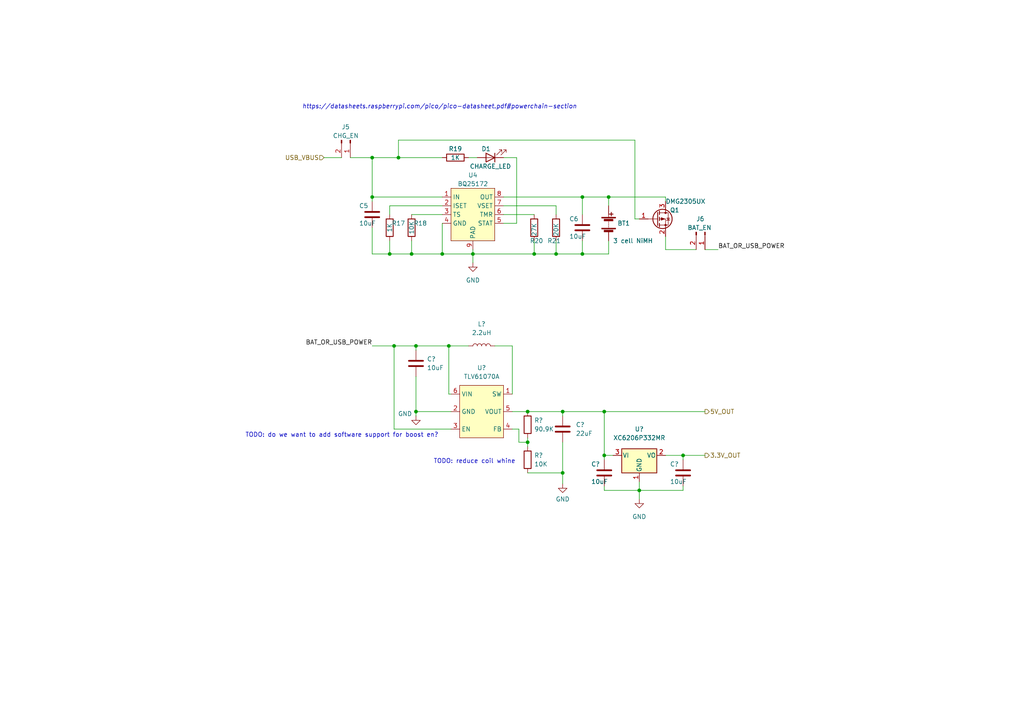
<source format=kicad_sch>
(kicad_sch (version 20211123) (generator eeschema)
  (paper "A4")
  (lib_symbols
    (symbol "Connector:Conn_01x02_Male" (pin_names (offset 1.016) hide)
      (property "Reference" "J" (at 0 2.54 0))
      (property "Value" "Conn_01x02_Male" (at 0 -5.08 0))
      (symbol "Conn_01x02_Male_1_1"
        (polyline (pts (xy 1.27 -2.54) (xy 0.8636 -2.54)) (stroke (width 0.1524)))
        (polyline (pts (xy 1.27 0) (xy 0.8636 0)) (stroke (width 0.1524)))
        (rectangle (start 0.8636 -2.413) (end 0 -2.667) (stroke (width 0.1524)) (fill (type outline)))
        (rectangle (start 0.8636 0.127) (end 0 -0.127) (stroke (width 0.1524)) (fill (type outline)))
        (pin passive line (at 5.08 0 180) (length 3.81) (name "Pin_1") (number "1"))
        (pin passive line (at 5.08 -2.54 180) (length 3.81) (name "Pin_2") (number "2"))
      )
    )
    (symbol "Device:Battery" (pin_numbers hide) (pin_names (offset 0) hide)
      (property "Reference" "BT" (at 2.54 2.54 0))
      (property "Value" "Battery" (at 2.54 0 0))
      (symbol "Battery_0_1"
        (rectangle (start -2.032 -1.397) (end 2.032 -1.651) (fill (type outline)))
        (rectangle (start -2.032 1.778) (end 2.032 1.524) (fill (type outline)))
        (rectangle (start -1.3208 -1.9812) (end 1.27 -2.4892) (fill (type outline)))
        (rectangle (start -1.3208 1.1938) (end 1.27 0.6858) (fill (type outline)))
        (polyline (pts (xy 0 -1.524) (xy 0 -1.27)))
        (polyline (pts (xy 0 -1.016) (xy 0 -0.762)))
        (polyline (pts (xy 0 -0.508) (xy 0 -0.254)))
        (polyline (pts (xy 0 0) (xy 0 0.254)))
        (polyline (pts (xy 0 0.508) (xy 0 0.762)))
        (polyline (pts (xy 0 1.778) (xy 0 2.54)))
        (polyline (pts (xy 0.254 2.667) (xy 1.27 2.667)) (stroke (width 0.254)))
        (polyline (pts (xy 0.762 3.175) (xy 0.762 2.159)) (stroke (width 0.254)))
      )
      (symbol "Battery_1_1"
        (pin passive line (at 0 5.08 270) (length 2.54) (name "+") (number "1"))
        (pin passive line (at 0 -5.08 90) (length 2.54) (name "-") (number "2"))
      )
    )
    (symbol "Device:C" (pin_numbers hide) (pin_names (offset 0.254))
      (property "Reference" "C" (at 0.635 2.54 0))
      (property "Value" "C" (at 0.635 -2.54 0))
      (symbol "C_0_1"
        (polyline (pts (xy -2.032 -0.762) (xy 2.032 -0.762)) (stroke (width 0.508)))
        (polyline (pts (xy -2.032 0.762) (xy 2.032 0.762)) (stroke (width 0.508)))
      )
      (symbol "C_1_1"
        (pin passive line (at 0 3.81 270) (length 2.794) (name "~") (number "1"))
        (pin passive line (at 0 -3.81 90) (length 2.794) (name "~") (number "2"))
      )
    )
    (symbol "Device:L" (pin_numbers hide) (pin_names (offset 1.016) hide)
      (property "Reference" "L" (at -1.27 0 90))
      (property "Value" "L" (at 1.905 0 90))
      (symbol "L_0_1"
        (arc (start 0 -2.54) (mid 0.635 -1.905) (end 0 -1.27))
        (arc (start 0 -1.27) (mid 0.635 -0.635) (end 0 0))
        (arc (start 0 0) (mid 0.635 0.635) (end 0 1.27))
        (arc (start 0 1.27) (mid 0.635 1.905) (end 0 2.54))
      )
      (symbol "L_1_1"
        (pin passive line (at 0 3.81 270) (length 1.27) (name "1") (number "1"))
        (pin passive line (at 0 -3.81 90) (length 1.27) (name "2") (number "2"))
      )
    )
    (symbol "Device:LED" (pin_numbers hide) (pin_names (offset 1.016) hide)
      (property "Reference" "D" (at 0 2.54 0))
      (property "Value" "LED" (at 0 -2.54 0))
      (symbol "LED_0_1"
        (polyline (pts (xy -1.27 -1.27) (xy -1.27 1.27)) (stroke (width 0.254)))
        (polyline (pts (xy -1.27 0) (xy 1.27 0)))
        (polyline (pts (xy 1.27 -1.27) (xy 1.27 1.27) (xy -1.27 0) (xy 1.27 -1.27)) (stroke (width 0.254)))
        (polyline (pts (xy -3.048 -0.762) (xy -4.572 -2.286) (xy -3.81 -2.286) (xy -4.572 -2.286) (xy -4.572 -1.524)))
        (polyline (pts (xy -1.778 -0.762) (xy -3.302 -2.286) (xy -2.54 -2.286) (xy -3.302 -2.286) (xy -3.302 -1.524)))
      )
      (symbol "LED_1_1"
        (pin passive line (at -3.81 0 0) (length 2.54) (name "K") (number "1"))
        (pin passive line (at 3.81 0 180) (length 2.54) (name "A") (number "2"))
      )
    )
    (symbol "Device:R" (pin_numbers hide) (pin_names (offset 0))
      (property "Reference" "R" (at 2.032 0 90))
      (property "Value" "R" (at 0 0 90))
      (symbol "R_0_1"
        (rectangle (start -1.016 -2.54) (end 1.016 2.54) (stroke (width 0.254)))
      )
      (symbol "R_1_1"
        (pin passive line (at 0 3.81 270) (length 1.27) (name "~") (number "1"))
        (pin passive line (at 0 -3.81 90) (length 1.27) (name "~") (number "2"))
      )
    )
    (symbol "Regulator_Linear:XC6206PxxxMR" (pin_names (offset 0.254))
      (property "Reference" "U" (at -3.81 3.175 0))
      (property "Value" "XC6206PxxxMR" (at 0 3.175 0))
      (symbol "XC6206PxxxMR_0_1"
        (rectangle (start -5.08 1.905) (end 5.08 -5.08) (stroke (width 0.254)) (fill (type background)))
      )
      (symbol "XC6206PxxxMR_1_1"
        (pin power_in line (at 0 -7.62 90) (length 2.54) (name "GND") (number "1"))
        (pin power_out line (at 7.62 0 180) (length 2.54) (name "VO") (number "2"))
        (pin power_in line (at -7.62 0 0) (length 2.54) (name "VI") (number "3"))
      )
    )
    (symbol "Transistor_FET:DMG2301L" (pin_names hide)
      (property "Reference" "Q" (at 5.08 1.905 0))
      (property "Value" "DMG2301L" (at 5.08 0 0))
      (symbol "DMG2301L_0_1"
        (polyline (pts (xy 0.254 0) (xy -2.54 0)))
        (polyline (pts (xy 0.254 1.905) (xy 0.254 -1.905)) (stroke (width 0.254)))
        (polyline (pts (xy 0.762 -1.27) (xy 0.762 -2.286)) (stroke (width 0.254)))
        (polyline (pts (xy 0.762 0.508) (xy 0.762 -0.508)) (stroke (width 0.254)))
        (polyline (pts (xy 0.762 2.286) (xy 0.762 1.27)) (stroke (width 0.254)))
        (polyline (pts (xy 2.54 2.54) (xy 2.54 1.778)))
        (polyline (pts (xy 2.54 -2.54) (xy 2.54 0) (xy 0.762 0)))
        (polyline (pts (xy 0.762 1.778) (xy 3.302 1.778) (xy 3.302 -1.778) (xy 0.762 -1.778)))
        (polyline (pts (xy 2.286 0) (xy 1.27 0.381) (xy 1.27 -0.381) (xy 2.286 0)) (fill (type outline)))
        (polyline (pts (xy 2.794 -0.508) (xy 2.921 -0.381) (xy 3.683 -0.381) (xy 3.81 -0.254)))
        (polyline (pts (xy 3.302 -0.381) (xy 2.921 0.254) (xy 3.683 0.254) (xy 3.302 -0.381)))
        (circle (center 1.651 0) (radius 2.794) (stroke (width 0.254)))
        (circle (center 2.54 -1.778) (radius 0.254) (fill (type outline)))
        (circle (center 2.54 1.778) (radius 0.254) (fill (type outline)))
      )
      (symbol "DMG2301L_1_1"
        (pin input line (at -5.08 0 0) (length 2.54) (name "G") (number "1"))
        (pin passive line (at 2.54 -5.08 90) (length 2.54) (name "S") (number "2"))
        (pin passive line (at 2.54 5.08 270) (length 2.54) (name "D") (number "3"))
      )
    )
    (symbol "power:GND" (power) (pin_names (offset 0))
      (property "Value" "GND" (at 0 -3.81 0))
      (symbol "GND_0_1"
        (polyline (pts (xy 0 0) (xy 0 -1.27) (xy 1.27 -1.27) (xy 0 -2.54) (xy -1.27 -1.27) (xy 0 -1.27)))
      )
      (symbol "GND_1_1"
        (pin power_in line (at 0 0 270) (length 0) hide (name "GND") (number "1"))
      )
    )
    (symbol "project_library:BQ25172"
      (property "Reference" "U?" (at 0 10.16 0))
      (property "Value" "BQ25172" (at 0 12.7 0))
      (symbol "BQ25172_0_1"
        (rectangle (start -6.35 7.62) (end 6.35 -7.62) (fill (type background)))
      )
      (symbol "BQ25172_1_1"
        (pin input line (at -8.89 5.08 0) (length 2.54) (name "IN") (number "1"))
        (pin input line (at -8.89 2.54 0) (length 2.54) (name "ISET") (number "2"))
        (pin input line (at -8.89 0 0) (length 2.54) (name "TS") (number "3"))
        (pin input line (at -8.89 -2.54 0) (length 2.54) (name "GND") (number "4"))
        (pin input line (at 8.89 -2.54 180) (length 2.54) (name "STAT") (number "5"))
        (pin input line (at 8.89 0 180) (length 2.54) (name "TMR") (number "6"))
        (pin input line (at 8.89 2.54 180) (length 2.54) (name "VSET") (number "7"))
        (pin output line (at 8.89 5.08 180) (length 2.54) (name "OUT") (number "8"))
        (pin input line (at 0 -10.16 90) (length 2.54) (name "PAD") (number "9"))
      )
    )
    (symbol "project_library:TLV61070A"
      (property "Reference" "U" (at 0 7.62 0))
      (property "Value" "TLV61070A" (at 0 10.16 0))
      (symbol "TLV61070A_0_1"
        (rectangle (start -6.35 6.35) (end 6.35 -8.89) (fill (type background)))
      )
      (symbol "TLV61070A_1_1"
        (pin input line (at 8.89 3.81 180) (length 2.54) (name "SW") (number "1"))
        (pin power_in line (at -8.89 -1.27 0) (length 2.54) (name "GND") (number "2"))
        (pin input line (at -8.89 -6.35 0) (length 2.54) (name "EN") (number "3"))
        (pin input line (at 8.89 -6.35 180) (length 2.54) (name "FB") (number "4"))
        (pin power_out line (at 8.89 -1.27 180) (length 2.54) (name "VOUT") (number "5"))
        (pin power_in line (at -8.89 3.81 0) (length 2.54) (name "VIN") (number "6"))
      )
    )
  )
  (junction (at 120.65 100.33))
  (junction (at 115.57 45.72))
  (junction (at 153.035 119.38))
  (junction (at 176.53 57.15))
  (junction (at 168.91 73.66))
  (junction (at 137.16 73.66))
  (junction (at 130.175 100.33))
  (junction (at 120.65 119.38))
  (junction (at 107.95 45.72))
  (junction (at 175.26 119.38))
  (junction (at 114.3 100.33))
  (junction (at 113.03 73.66))
  (junction (at 198.12 132.08))
  (junction (at 128.27 73.66))
  (junction (at 163.195 119.38))
  (junction (at 119.38 73.66))
  (junction (at 185.42 142.24))
  (junction (at 161.29 73.66))
  (junction (at 163.195 137.16))
  (junction (at 107.95 57.15))
  (junction (at 175.26 132.08))
  (junction (at 168.91 57.15))
  (junction (at 154.94 73.66))
  (junction (at 153.035 128.27))
  (wire (pts (xy 137.16 73.66) (xy 137.16 76.2)))
  (wire (pts (xy 137.16 72.39) (xy 137.16 73.66)))
  (wire (pts (xy 175.26 119.38) (xy 175.26 132.08)))
  (wire (pts (xy 168.91 69.85) (xy 168.91 73.66)))
  (wire (pts (xy 130.81 114.3) (xy 130.175 114.3)))
  (wire (pts (xy 154.94 73.66) (xy 137.16 73.66)))
  (wire (pts (xy 185.42 142.24) (xy 185.42 144.78)))
  (wire (pts (xy 185.42 139.7) (xy 185.42 142.24)))
  (wire (pts (xy 153.035 127) (xy 153.035 128.27)))
  (wire (pts (xy 107.95 45.72) (xy 115.57 45.72)))
  (wire (pts (xy 193.04 68.58) (xy 193.04 72.39)))
  (wire (pts (xy 175.26 142.24) (xy 175.26 140.97)))
  (wire (pts (xy 113.03 69.85) (xy 113.03 73.66)))
  (wire (pts (xy 115.57 40.64) (xy 184.15 40.64)))
  (wire (pts (xy 193.04 132.08) (xy 198.12 132.08)))
  (wire (pts (xy 198.12 132.08) (xy 198.12 133.35)))
  (wire (pts (xy 107.95 66.04) (xy 107.95 73.66)))
  (wire (pts (xy 107.95 45.72) (xy 107.95 57.15)))
  (wire (pts (xy 153.035 128.27) (xy 153.035 129.54)))
  (wire (pts (xy 130.175 100.33) (xy 135.89 100.33)))
  (wire (pts (xy 146.05 64.77) (xy 149.86 64.77)))
  (wire (pts (xy 120.65 100.33) (xy 120.65 101.6)))
  (wire (pts (xy 176.53 57.15) (xy 193.04 57.15)))
  (wire (pts (xy 120.65 119.38) (xy 120.65 120.65)))
  (wire (pts (xy 148.59 119.38) (xy 153.035 119.38)))
  (wire (pts (xy 120.65 119.38) (xy 130.81 119.38)))
  (wire (pts (xy 115.57 45.72) (xy 128.27 45.72)))
  (wire (pts (xy 175.26 132.08) (xy 177.8 132.08)))
  (wire (pts (xy 161.29 59.69) (xy 161.29 62.23)))
  (wire (pts (xy 130.175 114.3) (xy 130.175 100.33)))
  (wire (pts (xy 168.91 73.66) (xy 176.53 73.66)))
  (wire (pts (xy 161.29 73.66) (xy 154.94 73.66)))
  (wire (pts (xy 130.81 124.46) (xy 114.3 124.46)))
  (wire (pts (xy 146.05 59.69) (xy 161.29 59.69)))
  (wire (pts (xy 163.195 128.27) (xy 163.195 137.16)))
  (wire (pts (xy 149.86 64.77) (xy 149.86 45.72)))
  (wire (pts (xy 107.95 57.15) (xy 128.27 57.15)))
  (wire (pts (xy 114.3 100.33) (xy 120.65 100.33)))
  (wire (pts (xy 148.59 114.3) (xy 148.59 100.33)))
  (wire (pts (xy 150.495 124.46) (xy 150.495 128.27)))
  (wire (pts (xy 193.04 57.15) (xy 193.04 58.42)))
  (wire (pts (xy 107.95 100.33) (xy 114.3 100.33)))
  (wire (pts (xy 119.38 69.85) (xy 119.38 73.66)))
  (wire (pts (xy 128.27 64.77) (xy 128.27 73.66)))
  (wire (pts (xy 198.12 142.24) (xy 198.12 140.97)))
  (wire (pts (xy 154.94 69.85) (xy 154.94 73.66)))
  (wire (pts (xy 184.15 40.64) (xy 184.15 63.5)))
  (wire (pts (xy 120.65 100.33) (xy 130.175 100.33)))
  (wire (pts (xy 115.57 40.64) (xy 115.57 45.72)))
  (wire (pts (xy 184.15 63.5) (xy 185.42 63.5)))
  (wire (pts (xy 113.03 59.69) (xy 128.27 59.69)))
  (wire (pts (xy 168.91 57.15) (xy 176.53 57.15)))
  (wire (pts (xy 168.91 73.66) (xy 161.29 73.66)))
  (wire (pts (xy 193.04 72.39) (xy 201.93 72.39)))
  (wire (pts (xy 175.26 119.38) (xy 204.47 119.38)))
  (wire (pts (xy 113.03 62.23) (xy 113.03 59.69)))
  (wire (pts (xy 146.05 62.23) (xy 154.94 62.23)))
  (wire (pts (xy 176.53 57.15) (xy 176.53 59.69)))
  (wire (pts (xy 119.38 73.66) (xy 128.27 73.66)))
  (wire (pts (xy 137.16 73.66) (xy 128.27 73.66)))
  (wire (pts (xy 175.26 132.08) (xy 175.26 133.35)))
  (wire (pts (xy 119.38 62.23) (xy 128.27 62.23)))
  (wire (pts (xy 101.6 45.72) (xy 107.95 45.72)))
  (wire (pts (xy 163.195 137.16) (xy 163.195 140.335)))
  (wire (pts (xy 113.03 73.66) (xy 119.38 73.66)))
  (wire (pts (xy 107.95 57.15) (xy 107.95 58.42)))
  (wire (pts (xy 175.26 142.24) (xy 185.42 142.24)))
  (wire (pts (xy 168.91 57.15) (xy 168.91 62.23)))
  (wire (pts (xy 198.12 132.08) (xy 204.47 132.08)))
  (wire (pts (xy 148.59 100.33) (xy 143.51 100.33)))
  (wire (pts (xy 146.05 57.15) (xy 168.91 57.15)))
  (wire (pts (xy 163.195 119.38) (xy 163.195 120.65)))
  (wire (pts (xy 161.29 69.85) (xy 161.29 73.66)))
  (wire (pts (xy 153.035 137.16) (xy 163.195 137.16)))
  (wire (pts (xy 107.95 73.66) (xy 113.03 73.66)))
  (wire (pts (xy 93.98 45.72) (xy 99.06 45.72)))
  (wire (pts (xy 148.59 124.46) (xy 150.495 124.46)))
  (wire (pts (xy 176.53 69.85) (xy 176.53 73.66)))
  (wire (pts (xy 185.42 142.24) (xy 198.12 142.24)))
  (wire (pts (xy 204.47 72.39) (xy 208.28 72.39)))
  (wire (pts (xy 114.3 100.33) (xy 114.3 124.46)))
  (wire (pts (xy 149.86 45.72) (xy 146.05 45.72)))
  (wire (pts (xy 135.89 45.72) (xy 138.43 45.72)))
  (wire (pts (xy 153.035 119.38) (xy 163.195 119.38)))
  (wire (pts (xy 150.495 128.27) (xy 153.035 128.27)))
  (wire (pts (xy 163.195 119.38) (xy 175.26 119.38)))
  (wire (pts (xy 120.65 109.22) (xy 120.65 119.38)))
  (text "TODO: do we want to add software support for boost en?\n" (at 71.12 127 0) (effects (font (size 1.27 1.27)) (justify left bottom)))
  (text "TODO: reduce coil whine" (at 125.73 134.62 0) (effects (font (size 1.27 1.27)) (justify left bottom)))
  (text "https://datasheets.raspberrypi.com/pico/pico-datasheet.pdf#powerchain-section" (at 87.63 31.75 0) (effects (font (size 1.27 1.27) italic) (justify left bottom)))
  (label "BAT_OR_USB_POWER" (at 107.95 100.33 180))
  (label "BAT_OR_USB_POWER" (at 208.28 72.39 0))
  (hierarchical_label "3.3V_OUT" (shape output) (at 204.47 132.08 0))
  (hierarchical_label "5V_OUT" (shape output) (at 204.47 119.38 0))
  (hierarchical_label "USB_VBUS" (shape input) (at 93.98 45.72 180))
  (symbol (lib_id "Device:C") (at 198.12 137.16 0) (unit 1)
    (property "Reference" "C?" (at 194.31 134.62 0) (effects (justify left)))
    (property "Value" "10uF" (at 194.31 139.7 0) (effects (justify left)))
    (property "Footprint" "Capacitor_SMD:C_0805_2012Metric" (effects hide))
    (property "Vendor" "C15850" (effects hide))
  )
  (symbol (lib_id "Device:C") (at 120.65 105.41 0) (unit 1)
    (property "Reference" "C?" (at 123.825 104.1399 0) (effects (justify left)))
    (property "Value" "10uF" (at 123.825 106.6799 0) (effects (justify left)))
    (property "Footprint" "Capacitor_SMD:C_0805_2012Metric" (effects hide))
    (property "Vendor" "C15850" (effects hide))
  )
  (symbol (lib_id "Regulator_Linear:XC6206PxxxMR") (at 185.42 132.08 0) (unit 1)
    (property "Reference" "U?" (at 185.42 124.46 0))
    (property "Value" "XC6206P332MR" (at 185.42 127 0))
    (property "Footprint" "Package_TO_SOT_SMD:SOT-23-3" (effects hide))
    (property "Datasheet" "https://www.torexsemi.com/file/xc6206/XC6206.pdf" (effects hide))
  )
  (symbol (lib_id "Transistor_FET:DMG2301L") (at 190.5 63.5 0) (unit 1)
    (property "Reference" "Q1" (at 194.31 60.96 0) (effects (justify left)))
    (property "Value" "DMG2305UX" (at 193.04 58.42 0) (effects (justify left)))
    (property "Footprint" "Package_TO_SOT_SMD:SOT-23" (effects hide))
    (property "Datasheet" "https://www.diodes.com/assets/Datasheets/DMG2305UX.pdf" (effects hide))
    (property "Vendor" "C2940629" (effects hide))
  )
  (symbol (lib_id "Device:R") (at 161.29 66.04 0) (unit 1)
    (property "Reference" "R21" (at 158.75 69.85 0) (effects (justify left)))
    (property "Value" "20K" (at 161.29 68.58 90) (effects (justify left)))
    (property "Footprint" "Resistor_SMD:R_0805_2012Metric" (effects hide))
    (property "Vendor" "C4328" (effects hide))
  )
  (symbol (lib_id "Device:R") (at 153.035 133.35 0) (unit 1)
    (property "Reference" "R?" (at 154.94 132.0799 0) (effects (justify left)))
    (property "Value" "10K" (at 154.94 134.6199 0) (effects (justify left)))
    (property "Footprint" "Resistor_SMD:R_0805_2012Metric" (effects hide))
    (property "Vendor" "C17414" (effects hide))
  )
  (symbol (lib_id "power:GND") (at 137.16 76.2 0) (unit 1)
    (property "Reference" "#PWR029" (effects hide))
    (property "Value" "GND" (at 137.16 81.28 0))
  )
  (symbol (lib_id "Device:LED") (at 142.24 45.72 180) (unit 1)
    (property "Reference" "D1" (at 140.97 43.18 0))
    (property "Value" "CHARGE_LED" (at 142.24 48.26 0))
    (property "Footprint" "LED_SMD:LED_0805_2012Metric" (effects hide))
    (property "Vendor" "C84256" (effects hide))
  )
  (symbol (lib_id "Connector:Conn_01x02_Male") (at 101.6 40.64 270) (unit 1)
    (property "Reference" "J5" (at 99.06 36.83 90) (effects (justify left)))
    (property "Value" "CHG_EN" (at 96.52 39.37 90) (effects (justify left)))
    (property "Footprint" "Connector_PinHeader_2.54mm:PinHeader_1x02_P2.54mm_Vertical" (effects hide))
  )
  (symbol (lib_id "Device:R") (at 132.08 45.72 90) (unit 1)
    (property "Reference" "R19" (at 132.08 43.18 90))
    (property "Value" "1K" (at 132.08 45.72 90))
    (property "Footprint" "Resistor_SMD:R_0805_2012Metric" (effects hide))
    (property "Vendor" "C17513" (effects hide))
  )
  (symbol (lib_id "power:GND") (at 163.195 140.335 0) (unit 1)
    (property "Reference" "#PWR?" (effects hide))
    (property "Value" "GND" (at 163.195 144.78 0))
  )
  (symbol (lib_id "Device:C") (at 168.91 66.04 0) (unit 1)
    (property "Reference" "C6" (at 165.1 63.5 0) (effects (justify left)))
    (property "Value" "10uF" (at 165.1 68.58 0) (effects (justify left)))
    (property "Footprint" "Capacitor_SMD:C_0805_2012Metric" (effects hide))
    (property "Vendor" "C15850" (effects hide))
  )
  (symbol (lib_id "Device:R") (at 119.38 66.04 180) (unit 1)
    (property "Reference" "R18" (at 121.92 64.77 0))
    (property "Value" "10K" (at 119.38 66.04 90))
    (property "Footprint" "Resistor_SMD:R_0805_2012Metric" (effects hide))
    (property "Vendor" "C17414" (effects hide))
  )
  (symbol (lib_id "Device:L") (at 139.7 100.33 90) (unit 1)
    (property "Reference" "L?" (at 139.7 93.98 90))
    (property "Value" "2.2uH" (at 139.7 96.52 90))
    (property "Footprint" "Inductor_SMD:L_Sunlord_MWSA06xxS" (effects hide))
    (property "Vendor" "C408445" (effects hide))
  )
  (symbol (lib_id "power:GND") (at 120.65 120.65 0) (unit 1)
    (property "Reference" "#PWR?" (effects hide))
    (property "Value" "GND" (at 117.475 120.015 0))
  )
  (symbol (lib_id "project_library:TLV61070A") (at 139.7 118.11 0) (unit 1)
    (property "Reference" "U?" (at 139.7 106.68 0))
    (property "Value" "TLV61070A" (at 139.7 109.22 0))
    (property "Footprint" "Package_SO:TSOP-6_1.65x3.05mm_P0.95mm" (effects hide))
    (property "Datasheet" "https://www.ti.com/product/TLV61070A" (effects hide))
    (property "Vendor" "C6881375" (effects hide))
  )
  (symbol (lib_id "power:GND") (at 185.42 144.78 0) (unit 1)
    (property "Reference" "#PWR?" (effects hide))
    (property "Value" "GND" (at 185.42 149.86 0))
  )
  (symbol (lib_id "Device:Battery") (at 176.53 64.77 0) (unit 1)
    (property "Reference" "BT1" (at 179.07 64.77 0) (effects (justify left)))
    (property "Value" "3 cell NiMH" (at 177.8 69.85 0) (effects (justify left)))
    (property "Footprint" "Battery:BatteryHolder_Keystone_2462_2xAA" (effects hide))
  )
  (symbol (lib_id "Device:C") (at 175.26 137.16 0) (unit 1)
    (property "Reference" "C?" (at 171.45 134.62 0) (effects (justify left)))
    (property "Value" "10uF" (at 171.45 139.7 0) (effects (justify left)))
    (property "Footprint" "Capacitor_SMD:C_0805_2012Metric" (effects hide))
    (property "Vendor" "C15850" (effects hide))
  )
  (symbol (lib_id "Device:R") (at 154.94 66.04 0) (unit 1)
    (property "Reference" "R20" (at 153.67 69.85 0) (effects (justify left)))
    (property "Value" "27K" (at 154.94 68.58 90) (effects (justify left)))
    (property "Footprint" "Resistor_SMD:R_0805_2012Metric" (effects hide))
  )
  (symbol (lib_id "Device:R") (at 153.035 123.19 0) (unit 1)
    (property "Reference" "R?" (at 154.94 121.92 0) (effects (justify left)))
    (property "Value" "90.9K" (at 154.94 124.46 0) (effects (justify left)))
    (property "Footprint" "Resistor_SMD:R_0805_2012Metric" (effects hide))
    (property "Vendor" "C294745" (effects hide))
  )
  (symbol (lib_id "Device:R") (at 113.03 66.04 180) (unit 1)
    (property "Reference" "R17" (at 115.57 64.77 0))
    (property "Value" "1K" (at 113.03 66.04 90))
    (property "Footprint" "Resistor_SMD:R_0805_2012Metric" (effects hide))
    (property "Vendor" "C17513" (effects hide))
  )
  (symbol (lib_id "Connector:Conn_01x02_Male") (at 204.47 67.31 270) (unit 1)
    (property "Reference" "J6" (at 201.93 63.5 90) (effects (justify left)))
    (property "Value" "BAT_EN" (at 199.39 66.04 90) (effects (justify left)))
    (property "Footprint" "Connector_PinHeader_2.54mm:PinHeader_1x02_P2.54mm_Vertical" (effects hide))
  )
  (symbol (lib_id "Device:C") (at 107.95 62.23 0) (unit 1)
    (property "Reference" "C5" (at 104.14 59.69 0) (effects (justify left)))
    (property "Value" "10uF" (at 104.14 64.77 0) (effects (justify left)))
    (property "Footprint" "Capacitor_SMD:C_0805_2012Metric" (effects hide))
    (property "Vendor" "C15850" (effects hide))
  )
  (symbol (lib_id "Device:C") (at 163.195 124.46 0) (unit 1)
    (property "Reference" "C?" (at 167.005 123.1899 0) (effects (justify left)))
    (property "Value" "22uF" (at 167.005 125.7299 0) (effects (justify left)))
    (property "Footprint" "Capacitor_SMD:C_0805_2012Metric" (effects hide))
    (property "Vendor" "C45783" (effects hide))
  )
  (symbol (lib_id "project_library:BQ25172") (at 137.16 62.23 0) (unit 1)
    (property "Reference" "U4" (at 137.16 50.8 0))
    (property "Value" "BQ25172" (at 137.16 53.34 0))
    (property "Footprint" "Package_SON:WSON-8-1EP_2x2mm_P0.5mm_EP0.9x1.6mm" (effects hide))
    (property "Datasheet" "https://www.ti.com/lit/ds/symlink/bq25172.pdf?ts=1709683376674" (effects hide))
    (property "Vendor" "C5189434" (effects hide))
  )
)
</source>
